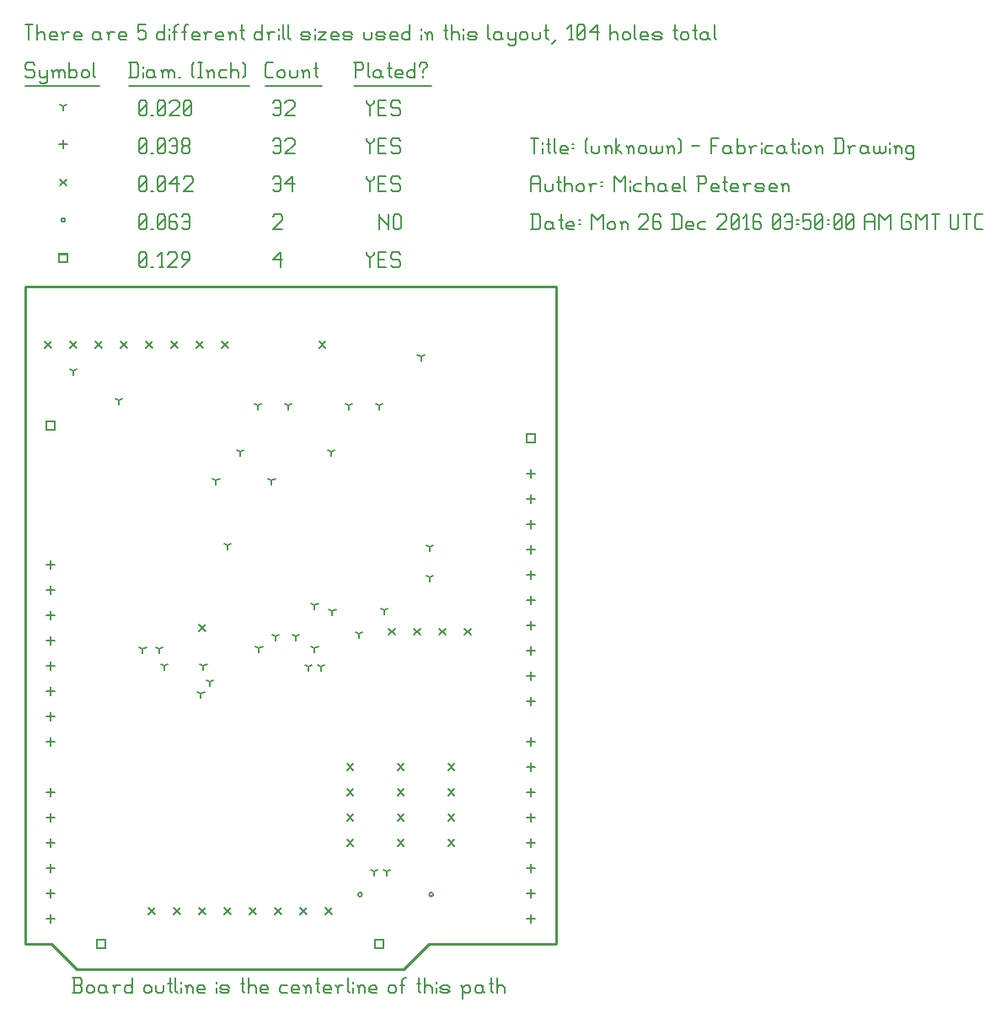
<source format=gbr>
G04 start of page 13 for group -3984 idx -3984 *
G04 Title: (unknown), fab *
G04 Creator: pcb 20140316 *
G04 CreationDate: Mon 26 Dec 2016 03:50:00 AM GMT UTC *
G04 For: railfan *
G04 Format: Gerber/RS-274X *
G04 PCB-Dimensions (mil): 2100.00 2700.00 *
G04 PCB-Coordinate-Origin: lower left *
%MOIN*%
%FSLAX25Y25*%
%LNFAB*%
%ADD85C,0.0100*%
%ADD84C,0.0060*%
%ADD83R,0.0080X0.0080*%
G54D83*X138400Y11600D02*X141600D01*
X138400D02*Y8400D01*
X141600D01*
Y11600D02*Y8400D01*
X198400Y211600D02*X201600D01*
X198400D02*Y208400D01*
X201600D01*
Y211600D02*Y208400D01*
X8400Y216600D02*X11600D01*
X8400D02*Y213400D01*
X11600D01*
Y216600D02*Y213400D01*
X28400Y11600D02*X31600D01*
X28400D02*Y8400D01*
X31600D01*
Y11600D02*Y8400D01*
X13400Y282850D02*X16600D01*
X13400D02*Y279650D01*
X16600D01*
Y282850D02*Y279650D01*
G54D84*X135000Y283500D02*Y282750D01*
X136500Y281250D01*
X138000Y282750D01*
Y283500D02*Y282750D01*
X136500Y281250D02*Y277500D01*
X139800Y280500D02*X142050D01*
X139800Y277500D02*X142800D01*
X139800Y283500D02*Y277500D01*
Y283500D02*X142800D01*
X147600D02*X148350Y282750D01*
X145350Y283500D02*X147600D01*
X144600Y282750D02*X145350Y283500D01*
X144600Y282750D02*Y281250D01*
X145350Y280500D01*
X147600D01*
X148350Y279750D01*
Y278250D01*
X147600Y277500D02*X148350Y278250D01*
X145350Y277500D02*X147600D01*
X144600Y278250D02*X145350Y277500D01*
X98000Y280500D02*X101000Y283500D01*
X98000Y280500D02*X101750D01*
X101000Y283500D02*Y277500D01*
X45000Y278250D02*X45750Y277500D01*
X45000Y282750D02*Y278250D01*
Y282750D02*X45750Y283500D01*
X47250D01*
X48000Y282750D01*
Y278250D01*
X47250Y277500D02*X48000Y278250D01*
X45750Y277500D02*X47250D01*
X45000Y279000D02*X48000Y282000D01*
X49800Y277500D02*X50550D01*
X53100D02*X54600D01*
X53850Y283500D02*Y277500D01*
X52350Y282000D02*X53850Y283500D01*
X56400Y282750D02*X57150Y283500D01*
X59400D01*
X60150Y282750D01*
Y281250D01*
X56400Y277500D02*X60150Y281250D01*
X56400Y277500D02*X60150D01*
X61950D02*X64950Y280500D01*
Y282750D02*Y280500D01*
X64200Y283500D02*X64950Y282750D01*
X62700Y283500D02*X64200D01*
X61950Y282750D02*X62700Y283500D01*
X61950Y282750D02*Y281250D01*
X62700Y280500D01*
X64950D01*
X131650Y29500D02*G75*G03X133250Y29500I800J0D01*G01*
G75*G03X131650Y29500I-800J0D01*G01*
X159750D02*G75*G03X161350Y29500I800J0D01*G01*
G75*G03X159750Y29500I-800J0D01*G01*
X14200Y296250D02*G75*G03X15800Y296250I800J0D01*G01*
G75*G03X14200Y296250I-800J0D01*G01*
X140000Y298500D02*Y292500D01*
Y298500D02*Y297750D01*
X143750Y294000D01*
Y298500D02*Y292500D01*
X145550Y297750D02*Y293250D01*
Y297750D02*X146300Y298500D01*
X147800D01*
X148550Y297750D01*
Y293250D01*
X147800Y292500D02*X148550Y293250D01*
X146300Y292500D02*X147800D01*
X145550Y293250D02*X146300Y292500D01*
X98000Y297750D02*X98750Y298500D01*
X101000D01*
X101750Y297750D01*
Y296250D01*
X98000Y292500D02*X101750Y296250D01*
X98000Y292500D02*X101750D01*
X45000Y293250D02*X45750Y292500D01*
X45000Y297750D02*Y293250D01*
Y297750D02*X45750Y298500D01*
X47250D01*
X48000Y297750D01*
Y293250D01*
X47250Y292500D02*X48000Y293250D01*
X45750Y292500D02*X47250D01*
X45000Y294000D02*X48000Y297000D01*
X49800Y292500D02*X50550D01*
X52350Y293250D02*X53100Y292500D01*
X52350Y297750D02*Y293250D01*
Y297750D02*X53100Y298500D01*
X54600D01*
X55350Y297750D01*
Y293250D01*
X54600Y292500D02*X55350Y293250D01*
X53100Y292500D02*X54600D01*
X52350Y294000D02*X55350Y297000D01*
X59400Y298500D02*X60150Y297750D01*
X57900Y298500D02*X59400D01*
X57150Y297750D02*X57900Y298500D01*
X57150Y297750D02*Y293250D01*
X57900Y292500D01*
X59400Y295500D02*X60150Y294750D01*
X57150Y295500D02*X59400D01*
X57900Y292500D02*X59400D01*
X60150Y293250D01*
Y294750D02*Y293250D01*
X61950Y297750D02*X62700Y298500D01*
X64200D01*
X64950Y297750D01*
Y293250D01*
X64200Y292500D02*X64950Y293250D01*
X62700Y292500D02*X64200D01*
X61950Y293250D02*X62700Y292500D01*
Y295500D02*X64950D01*
X68800Y136200D02*X71200Y133800D01*
X68800D02*X71200Y136200D01*
X116300Y248200D02*X118700Y245800D01*
X116300D02*X118700Y248200D01*
X143800Y134700D02*X146200Y132300D01*
X143800D02*X146200Y134700D01*
X153800D02*X156200Y132300D01*
X153800D02*X156200Y134700D01*
X163800D02*X166200Y132300D01*
X163800D02*X166200Y134700D01*
X173800D02*X176200Y132300D01*
X173800D02*X176200Y134700D01*
X127300Y71200D02*X129700Y68800D01*
X127300D02*X129700Y71200D01*
X127300Y61200D02*X129700Y58800D01*
X127300D02*X129700Y61200D01*
X127300Y51200D02*X129700Y48800D01*
X127300D02*X129700Y51200D01*
X127300Y81200D02*X129700Y78800D01*
X127300D02*X129700Y81200D01*
X147300Y71200D02*X149700Y68800D01*
X147300D02*X149700Y71200D01*
X147300Y61200D02*X149700Y58800D01*
X147300D02*X149700Y61200D01*
X147300Y81200D02*X149700Y78800D01*
X147300D02*X149700Y81200D01*
X147300Y51200D02*X149700Y48800D01*
X147300D02*X149700Y51200D01*
X167300Y71200D02*X169700Y68800D01*
X167300D02*X169700Y71200D01*
X167300Y61200D02*X169700Y58800D01*
X167300D02*X169700Y61200D01*
X167300Y51200D02*X169700Y48800D01*
X167300D02*X169700Y51200D01*
X167300Y81200D02*X169700Y78800D01*
X167300D02*X169700Y81200D01*
X77800Y248200D02*X80200Y245800D01*
X77800D02*X80200Y248200D01*
X67800D02*X70200Y245800D01*
X67800D02*X70200Y248200D01*
X57800D02*X60200Y245800D01*
X57800D02*X60200Y248200D01*
X47800D02*X50200Y245800D01*
X47800D02*X50200Y248200D01*
X37800D02*X40200Y245800D01*
X37800D02*X40200Y248200D01*
X27800D02*X30200Y245800D01*
X27800D02*X30200Y248200D01*
X17800D02*X20200Y245800D01*
X17800D02*X20200Y248200D01*
X7800D02*X10200Y245800D01*
X7800D02*X10200Y248200D01*
X118800Y24200D02*X121200Y21800D01*
X118800D02*X121200Y24200D01*
X108800D02*X111200Y21800D01*
X108800D02*X111200Y24200D01*
X98800D02*X101200Y21800D01*
X98800D02*X101200Y24200D01*
X88800D02*X91200Y21800D01*
X88800D02*X91200Y24200D01*
X78800D02*X81200Y21800D01*
X78800D02*X81200Y24200D01*
X68800D02*X71200Y21800D01*
X68800D02*X71200Y24200D01*
X58800D02*X61200Y21800D01*
X58800D02*X61200Y24200D01*
X48800D02*X51200Y21800D01*
X48800D02*X51200Y24200D01*
X13800Y312450D02*X16200Y310050D01*
X13800D02*X16200Y312450D01*
X135000Y313500D02*Y312750D01*
X136500Y311250D01*
X138000Y312750D01*
Y313500D02*Y312750D01*
X136500Y311250D02*Y307500D01*
X139800Y310500D02*X142050D01*
X139800Y307500D02*X142800D01*
X139800Y313500D02*Y307500D01*
Y313500D02*X142800D01*
X147600D02*X148350Y312750D01*
X145350Y313500D02*X147600D01*
X144600Y312750D02*X145350Y313500D01*
X144600Y312750D02*Y311250D01*
X145350Y310500D01*
X147600D01*
X148350Y309750D01*
Y308250D01*
X147600Y307500D02*X148350Y308250D01*
X145350Y307500D02*X147600D01*
X144600Y308250D02*X145350Y307500D01*
X98000Y312750D02*X98750Y313500D01*
X100250D01*
X101000Y312750D01*
Y308250D01*
X100250Y307500D02*X101000Y308250D01*
X98750Y307500D02*X100250D01*
X98000Y308250D02*X98750Y307500D01*
Y310500D02*X101000D01*
X102800D02*X105800Y313500D01*
X102800Y310500D02*X106550D01*
X105800Y313500D02*Y307500D01*
X45000Y308250D02*X45750Y307500D01*
X45000Y312750D02*Y308250D01*
Y312750D02*X45750Y313500D01*
X47250D01*
X48000Y312750D01*
Y308250D01*
X47250Y307500D02*X48000Y308250D01*
X45750Y307500D02*X47250D01*
X45000Y309000D02*X48000Y312000D01*
X49800Y307500D02*X50550D01*
X52350Y308250D02*X53100Y307500D01*
X52350Y312750D02*Y308250D01*
Y312750D02*X53100Y313500D01*
X54600D01*
X55350Y312750D01*
Y308250D01*
X54600Y307500D02*X55350Y308250D01*
X53100Y307500D02*X54600D01*
X52350Y309000D02*X55350Y312000D01*
X57150Y310500D02*X60150Y313500D01*
X57150Y310500D02*X60900D01*
X60150Y313500D02*Y307500D01*
X62700Y312750D02*X63450Y313500D01*
X65700D01*
X66450Y312750D01*
Y311250D01*
X62700Y307500D02*X66450Y311250D01*
X62700Y307500D02*X66450D01*
X10000Y161600D02*Y158400D01*
X8400Y160000D02*X11600D01*
X10000Y151600D02*Y148400D01*
X8400Y150000D02*X11600D01*
X10000Y141600D02*Y138400D01*
X8400Y140000D02*X11600D01*
X10000Y131600D02*Y128400D01*
X8400Y130000D02*X11600D01*
X10000Y121600D02*Y118400D01*
X8400Y120000D02*X11600D01*
X10000Y111600D02*Y108400D01*
X8400Y110000D02*X11600D01*
X10000Y101600D02*Y98400D01*
X8400Y100000D02*X11600D01*
X10000Y91600D02*Y88400D01*
X8400Y90000D02*X11600D01*
X10000Y71600D02*Y68400D01*
X8400Y70000D02*X11600D01*
X10000Y61600D02*Y58400D01*
X8400Y60000D02*X11600D01*
X10000Y51600D02*Y48400D01*
X8400Y50000D02*X11600D01*
X10000Y41600D02*Y38400D01*
X8400Y40000D02*X11600D01*
X10000Y31600D02*Y28400D01*
X8400Y30000D02*X11600D01*
X10000Y21600D02*Y18400D01*
X8400Y20000D02*X11600D01*
X200000Y21600D02*Y18400D01*
X198400Y20000D02*X201600D01*
X200000Y31600D02*Y28400D01*
X198400Y30000D02*X201600D01*
X200000Y41600D02*Y38400D01*
X198400Y40000D02*X201600D01*
X200000Y51600D02*Y48400D01*
X198400Y50000D02*X201600D01*
X200000Y61600D02*Y58400D01*
X198400Y60000D02*X201600D01*
X200000Y71600D02*Y68400D01*
X198400Y70000D02*X201600D01*
X200000Y81600D02*Y78400D01*
X198400Y80000D02*X201600D01*
X200000Y91600D02*Y88400D01*
X198400Y90000D02*X201600D01*
X200000Y107600D02*Y104400D01*
X198400Y106000D02*X201600D01*
X200000Y117600D02*Y114400D01*
X198400Y116000D02*X201600D01*
X200000Y127600D02*Y124400D01*
X198400Y126000D02*X201600D01*
X200000Y137600D02*Y134400D01*
X198400Y136000D02*X201600D01*
X200000Y147600D02*Y144400D01*
X198400Y146000D02*X201600D01*
X200000Y157600D02*Y154400D01*
X198400Y156000D02*X201600D01*
X200000Y167600D02*Y164400D01*
X198400Y166000D02*X201600D01*
X200000Y177600D02*Y174400D01*
X198400Y176000D02*X201600D01*
X200000Y187600D02*Y184400D01*
X198400Y186000D02*X201600D01*
X200000Y197600D02*Y194400D01*
X198400Y196000D02*X201600D01*
X15000Y327850D02*Y324650D01*
X13400Y326250D02*X16600D01*
X135000Y328500D02*Y327750D01*
X136500Y326250D01*
X138000Y327750D01*
Y328500D02*Y327750D01*
X136500Y326250D02*Y322500D01*
X139800Y325500D02*X142050D01*
X139800Y322500D02*X142800D01*
X139800Y328500D02*Y322500D01*
Y328500D02*X142800D01*
X147600D02*X148350Y327750D01*
X145350Y328500D02*X147600D01*
X144600Y327750D02*X145350Y328500D01*
X144600Y327750D02*Y326250D01*
X145350Y325500D01*
X147600D01*
X148350Y324750D01*
Y323250D01*
X147600Y322500D02*X148350Y323250D01*
X145350Y322500D02*X147600D01*
X144600Y323250D02*X145350Y322500D01*
X98000Y327750D02*X98750Y328500D01*
X100250D01*
X101000Y327750D01*
Y323250D01*
X100250Y322500D02*X101000Y323250D01*
X98750Y322500D02*X100250D01*
X98000Y323250D02*X98750Y322500D01*
Y325500D02*X101000D01*
X102800Y327750D02*X103550Y328500D01*
X105800D01*
X106550Y327750D01*
Y326250D01*
X102800Y322500D02*X106550Y326250D01*
X102800Y322500D02*X106550D01*
X45000Y323250D02*X45750Y322500D01*
X45000Y327750D02*Y323250D01*
Y327750D02*X45750Y328500D01*
X47250D01*
X48000Y327750D01*
Y323250D01*
X47250Y322500D02*X48000Y323250D01*
X45750Y322500D02*X47250D01*
X45000Y324000D02*X48000Y327000D01*
X49800Y322500D02*X50550D01*
X52350Y323250D02*X53100Y322500D01*
X52350Y327750D02*Y323250D01*
Y327750D02*X53100Y328500D01*
X54600D01*
X55350Y327750D01*
Y323250D01*
X54600Y322500D02*X55350Y323250D01*
X53100Y322500D02*X54600D01*
X52350Y324000D02*X55350Y327000D01*
X57150Y327750D02*X57900Y328500D01*
X59400D01*
X60150Y327750D01*
Y323250D01*
X59400Y322500D02*X60150Y323250D01*
X57900Y322500D02*X59400D01*
X57150Y323250D02*X57900Y322500D01*
Y325500D02*X60150D01*
X61950Y323250D02*X62700Y322500D01*
X61950Y324750D02*Y323250D01*
Y324750D02*X62700Y325500D01*
X64200D01*
X64950Y324750D01*
Y323250D01*
X64200Y322500D02*X64950Y323250D01*
X62700Y322500D02*X64200D01*
X61950Y326250D02*X62700Y325500D01*
X61950Y327750D02*Y326250D01*
Y327750D02*X62700Y328500D01*
X64200D01*
X64950Y327750D01*
Y326250D01*
X64200Y325500D02*X64950Y326250D01*
X107000Y131500D02*Y129900D01*
Y131500D02*X108387Y132300D01*
X107000Y131500D02*X105613Y132300D01*
X99000Y131500D02*Y129900D01*
Y131500D02*X100387Y132300D01*
X99000Y131500D02*X97613Y132300D01*
X112000Y119500D02*Y117900D01*
Y119500D02*X113387Y120300D01*
X112000Y119500D02*X110613Y120300D01*
X117000Y119500D02*Y117900D01*
Y119500D02*X118387Y120300D01*
X117000Y119500D02*X115613Y120300D01*
X80000Y167546D02*Y165946D01*
Y167546D02*X81387Y168346D01*
X80000Y167546D02*X78613Y168346D01*
X160000Y155000D02*Y153400D01*
Y155000D02*X161387Y155800D01*
X160000Y155000D02*X158613Y155800D01*
X160000Y167000D02*Y165400D01*
Y167000D02*X161387Y167800D01*
X160000Y167000D02*X158613Y167800D01*
X121500Y141500D02*Y139900D01*
Y141500D02*X122887Y142300D01*
X121500Y141500D02*X120113Y142300D01*
X132000Y132500D02*Y130900D01*
Y132500D02*X133387Y133300D01*
X132000Y132500D02*X130613Y133300D01*
X142000Y142000D02*Y140400D01*
Y142000D02*X143387Y142800D01*
X142000Y142000D02*X140613Y142800D01*
X92000Y222957D02*Y221357D01*
Y222957D02*X93387Y223757D01*
X92000Y222957D02*X90613Y223757D01*
X104000Y222957D02*Y221357D01*
Y222957D02*X105387Y223757D01*
X104000Y222957D02*X102613Y223757D01*
X128000Y222957D02*Y221357D01*
Y222957D02*X129387Y223757D01*
X128000Y222957D02*X126613Y223757D01*
X140000Y222957D02*Y221357D01*
Y222957D02*X141387Y223757D01*
X140000Y222957D02*X138613Y223757D01*
X114500Y127000D02*Y125400D01*
Y127000D02*X115887Y127800D01*
X114500Y127000D02*X113113Y127800D01*
X92500Y127000D02*Y125400D01*
Y127000D02*X93887Y127800D01*
X92500Y127000D02*X91113Y127800D01*
X70500Y120000D02*Y118400D01*
Y120000D02*X71887Y120800D01*
X70500Y120000D02*X69113Y120800D01*
X55000Y120000D02*Y118400D01*
Y120000D02*X56387Y120800D01*
X55000Y120000D02*X53613Y120800D01*
X156546Y242280D02*Y240680D01*
Y242280D02*X157932Y243080D01*
X156546Y242280D02*X155159Y243080D01*
X114500Y144000D02*Y142400D01*
Y144000D02*X115887Y144800D01*
X114500Y144000D02*X113113Y144800D01*
X85000Y204500D02*Y202900D01*
Y204500D02*X86387Y205300D01*
X85000Y204500D02*X83613Y205300D01*
X121000Y204500D02*Y202900D01*
Y204500D02*X122387Y205300D01*
X121000Y204500D02*X119613Y205300D01*
X75500Y193300D02*Y191700D01*
Y193300D02*X76887Y194100D01*
X75500Y193300D02*X74113Y194100D01*
X97500Y193300D02*Y191700D01*
Y193300D02*X98887Y194100D01*
X97500Y193300D02*X96113Y194100D01*
X37000Y224839D02*Y223239D01*
Y224839D02*X38387Y225639D01*
X37000Y224839D02*X35613Y225639D01*
X19000Y236500D02*Y234900D01*
Y236500D02*X20387Y237300D01*
X19000Y236500D02*X17613Y237300D01*
X69500Y109000D02*Y107400D01*
Y109000D02*X70887Y109800D01*
X69500Y109000D02*X68113Y109800D01*
X73000Y113500D02*Y111900D01*
Y113500D02*X74387Y114300D01*
X73000Y113500D02*X71613Y114300D01*
X53000Y126500D02*Y124900D01*
Y126500D02*X54387Y127300D01*
X53000Y126500D02*X51613Y127300D01*
X46500Y126500D02*Y124900D01*
Y126500D02*X47887Y127300D01*
X46500Y126500D02*X45113Y127300D01*
X138000Y38500D02*Y36900D01*
Y38500D02*X139387Y39300D01*
X138000Y38500D02*X136613Y39300D01*
X143000Y38500D02*Y36900D01*
Y38500D02*X144387Y39300D01*
X143000Y38500D02*X141613Y39300D01*
X15000Y341250D02*Y339650D01*
Y341250D02*X16387Y342050D01*
X15000Y341250D02*X13613Y342050D01*
X135000Y343500D02*Y342750D01*
X136500Y341250D01*
X138000Y342750D01*
Y343500D02*Y342750D01*
X136500Y341250D02*Y337500D01*
X139800Y340500D02*X142050D01*
X139800Y337500D02*X142800D01*
X139800Y343500D02*Y337500D01*
Y343500D02*X142800D01*
X147600D02*X148350Y342750D01*
X145350Y343500D02*X147600D01*
X144600Y342750D02*X145350Y343500D01*
X144600Y342750D02*Y341250D01*
X145350Y340500D01*
X147600D01*
X148350Y339750D01*
Y338250D01*
X147600Y337500D02*X148350Y338250D01*
X145350Y337500D02*X147600D01*
X144600Y338250D02*X145350Y337500D01*
X98000Y342750D02*X98750Y343500D01*
X100250D01*
X101000Y342750D01*
Y338250D01*
X100250Y337500D02*X101000Y338250D01*
X98750Y337500D02*X100250D01*
X98000Y338250D02*X98750Y337500D01*
Y340500D02*X101000D01*
X102800Y342750D02*X103550Y343500D01*
X105800D01*
X106550Y342750D01*
Y341250D01*
X102800Y337500D02*X106550Y341250D01*
X102800Y337500D02*X106550D01*
X45000Y338250D02*X45750Y337500D01*
X45000Y342750D02*Y338250D01*
Y342750D02*X45750Y343500D01*
X47250D01*
X48000Y342750D01*
Y338250D01*
X47250Y337500D02*X48000Y338250D01*
X45750Y337500D02*X47250D01*
X45000Y339000D02*X48000Y342000D01*
X49800Y337500D02*X50550D01*
X52350Y338250D02*X53100Y337500D01*
X52350Y342750D02*Y338250D01*
Y342750D02*X53100Y343500D01*
X54600D01*
X55350Y342750D01*
Y338250D01*
X54600Y337500D02*X55350Y338250D01*
X53100Y337500D02*X54600D01*
X52350Y339000D02*X55350Y342000D01*
X57150Y342750D02*X57900Y343500D01*
X60150D01*
X60900Y342750D01*
Y341250D01*
X57150Y337500D02*X60900Y341250D01*
X57150Y337500D02*X60900D01*
X62700Y338250D02*X63450Y337500D01*
X62700Y342750D02*Y338250D01*
Y342750D02*X63450Y343500D01*
X64950D01*
X65700Y342750D01*
Y338250D01*
X64950Y337500D02*X65700Y338250D01*
X63450Y337500D02*X64950D01*
X62700Y339000D02*X65700Y342000D01*
X3000Y358500D02*X3750Y357750D01*
X750Y358500D02*X3000D01*
X0Y357750D02*X750Y358500D01*
X0Y357750D02*Y356250D01*
X750Y355500D01*
X3000D01*
X3750Y354750D01*
Y353250D01*
X3000Y352500D02*X3750Y353250D01*
X750Y352500D02*X3000D01*
X0Y353250D02*X750Y352500D01*
X5550Y355500D02*Y353250D01*
X6300Y352500D01*
X8550Y355500D02*Y351000D01*
X7800Y350250D02*X8550Y351000D01*
X6300Y350250D02*X7800D01*
X5550Y351000D02*X6300Y350250D01*
Y352500D02*X7800D01*
X8550Y353250D01*
X11100Y354750D02*Y352500D01*
Y354750D02*X11850Y355500D01*
X12600D01*
X13350Y354750D01*
Y352500D01*
Y354750D02*X14100Y355500D01*
X14850D01*
X15600Y354750D01*
Y352500D01*
X10350Y355500D02*X11100Y354750D01*
X17400Y358500D02*Y352500D01*
Y353250D02*X18150Y352500D01*
X19650D01*
X20400Y353250D01*
Y354750D02*Y353250D01*
X19650Y355500D02*X20400Y354750D01*
X18150Y355500D02*X19650D01*
X17400Y354750D02*X18150Y355500D01*
X22200Y354750D02*Y353250D01*
Y354750D02*X22950Y355500D01*
X24450D01*
X25200Y354750D01*
Y353250D01*
X24450Y352500D02*X25200Y353250D01*
X22950Y352500D02*X24450D01*
X22200Y353250D02*X22950Y352500D01*
X27000Y358500D02*Y353250D01*
X27750Y352500D01*
X0Y349250D02*X29250D01*
X41750Y358500D02*Y352500D01*
X44000Y358500D02*X44750Y357750D01*
Y353250D01*
X44000Y352500D02*X44750Y353250D01*
X41000Y352500D02*X44000D01*
X41000Y358500D02*X44000D01*
X46550Y357000D02*Y356250D01*
Y354750D02*Y352500D01*
X50300Y355500D02*X51050Y354750D01*
X48800Y355500D02*X50300D01*
X48050Y354750D02*X48800Y355500D01*
X48050Y354750D02*Y353250D01*
X48800Y352500D01*
X51050Y355500D02*Y353250D01*
X51800Y352500D01*
X48800D02*X50300D01*
X51050Y353250D01*
X54350Y354750D02*Y352500D01*
Y354750D02*X55100Y355500D01*
X55850D01*
X56600Y354750D01*
Y352500D01*
Y354750D02*X57350Y355500D01*
X58100D01*
X58850Y354750D01*
Y352500D01*
X53600Y355500D02*X54350Y354750D01*
X60650Y352500D02*X61400D01*
X65900Y353250D02*X66650Y352500D01*
X65900Y357750D02*X66650Y358500D01*
X65900Y357750D02*Y353250D01*
X68450Y358500D02*X69950D01*
X69200D02*Y352500D01*
X68450D02*X69950D01*
X72500Y354750D02*Y352500D01*
Y354750D02*X73250Y355500D01*
X74000D01*
X74750Y354750D01*
Y352500D01*
X71750Y355500D02*X72500Y354750D01*
X77300Y355500D02*X79550D01*
X76550Y354750D02*X77300Y355500D01*
X76550Y354750D02*Y353250D01*
X77300Y352500D01*
X79550D01*
X81350Y358500D02*Y352500D01*
Y354750D02*X82100Y355500D01*
X83600D01*
X84350Y354750D01*
Y352500D01*
X86150Y358500D02*X86900Y357750D01*
Y353250D01*
X86150Y352500D02*X86900Y353250D01*
X41000Y349250D02*X88700D01*
X95750Y352500D02*X98000D01*
X95000Y353250D02*X95750Y352500D01*
X95000Y357750D02*Y353250D01*
Y357750D02*X95750Y358500D01*
X98000D01*
X99800Y354750D02*Y353250D01*
Y354750D02*X100550Y355500D01*
X102050D01*
X102800Y354750D01*
Y353250D01*
X102050Y352500D02*X102800Y353250D01*
X100550Y352500D02*X102050D01*
X99800Y353250D02*X100550Y352500D01*
X104600Y355500D02*Y353250D01*
X105350Y352500D01*
X106850D01*
X107600Y353250D01*
Y355500D02*Y353250D01*
X110150Y354750D02*Y352500D01*
Y354750D02*X110900Y355500D01*
X111650D01*
X112400Y354750D01*
Y352500D01*
X109400Y355500D02*X110150Y354750D01*
X114950Y358500D02*Y353250D01*
X115700Y352500D01*
X114200Y356250D02*X115700D01*
X95000Y349250D02*X117200D01*
X130750Y358500D02*Y352500D01*
X130000Y358500D02*X133000D01*
X133750Y357750D01*
Y356250D01*
X133000Y355500D02*X133750Y356250D01*
X130750Y355500D02*X133000D01*
X135550Y358500D02*Y353250D01*
X136300Y352500D01*
X140050Y355500D02*X140800Y354750D01*
X138550Y355500D02*X140050D01*
X137800Y354750D02*X138550Y355500D01*
X137800Y354750D02*Y353250D01*
X138550Y352500D01*
X140800Y355500D02*Y353250D01*
X141550Y352500D01*
X138550D02*X140050D01*
X140800Y353250D01*
X144100Y358500D02*Y353250D01*
X144850Y352500D01*
X143350Y356250D02*X144850D01*
X147100Y352500D02*X149350D01*
X146350Y353250D02*X147100Y352500D01*
X146350Y354750D02*Y353250D01*
Y354750D02*X147100Y355500D01*
X148600D01*
X149350Y354750D01*
X146350Y354000D02*X149350D01*
Y354750D02*Y354000D01*
X154150Y358500D02*Y352500D01*
X153400D02*X154150Y353250D01*
X151900Y352500D02*X153400D01*
X151150Y353250D02*X151900Y352500D01*
X151150Y354750D02*Y353250D01*
Y354750D02*X151900Y355500D01*
X153400D01*
X154150Y354750D01*
X157450Y355500D02*Y354750D01*
Y353250D02*Y352500D01*
X155950Y357750D02*Y357000D01*
Y357750D02*X156700Y358500D01*
X158200D01*
X158950Y357750D01*
Y357000D01*
X157450Y355500D02*X158950Y357000D01*
X130000Y349250D02*X160750D01*
X0Y373500D02*X3000D01*
X1500D02*Y367500D01*
X4800Y373500D02*Y367500D01*
Y369750D02*X5550Y370500D01*
X7050D01*
X7800Y369750D01*
Y367500D01*
X10350D02*X12600D01*
X9600Y368250D02*X10350Y367500D01*
X9600Y369750D02*Y368250D01*
Y369750D02*X10350Y370500D01*
X11850D01*
X12600Y369750D01*
X9600Y369000D02*X12600D01*
Y369750D02*Y369000D01*
X15150Y369750D02*Y367500D01*
Y369750D02*X15900Y370500D01*
X17400D01*
X14400D02*X15150Y369750D01*
X19950Y367500D02*X22200D01*
X19200Y368250D02*X19950Y367500D01*
X19200Y369750D02*Y368250D01*
Y369750D02*X19950Y370500D01*
X21450D01*
X22200Y369750D01*
X19200Y369000D02*X22200D01*
Y369750D02*Y369000D01*
X28950Y370500D02*X29700Y369750D01*
X27450Y370500D02*X28950D01*
X26700Y369750D02*X27450Y370500D01*
X26700Y369750D02*Y368250D01*
X27450Y367500D01*
X29700Y370500D02*Y368250D01*
X30450Y367500D01*
X27450D02*X28950D01*
X29700Y368250D01*
X33000Y369750D02*Y367500D01*
Y369750D02*X33750Y370500D01*
X35250D01*
X32250D02*X33000Y369750D01*
X37800Y367500D02*X40050D01*
X37050Y368250D02*X37800Y367500D01*
X37050Y369750D02*Y368250D01*
Y369750D02*X37800Y370500D01*
X39300D01*
X40050Y369750D01*
X37050Y369000D02*X40050D01*
Y369750D02*Y369000D01*
X44550Y373500D02*X47550D01*
X44550D02*Y370500D01*
X45300Y371250D01*
X46800D01*
X47550Y370500D01*
Y368250D01*
X46800Y367500D02*X47550Y368250D01*
X45300Y367500D02*X46800D01*
X44550Y368250D02*X45300Y367500D01*
X55050Y373500D02*Y367500D01*
X54300D02*X55050Y368250D01*
X52800Y367500D02*X54300D01*
X52050Y368250D02*X52800Y367500D01*
X52050Y369750D02*Y368250D01*
Y369750D02*X52800Y370500D01*
X54300D01*
X55050Y369750D01*
X56850Y372000D02*Y371250D01*
Y369750D02*Y367500D01*
X59100Y372750D02*Y367500D01*
Y372750D02*X59850Y373500D01*
X60600D01*
X58350Y370500D02*X59850D01*
X62850Y372750D02*Y367500D01*
Y372750D02*X63600Y373500D01*
X64350D01*
X62100Y370500D02*X63600D01*
X66600Y367500D02*X68850D01*
X65850Y368250D02*X66600Y367500D01*
X65850Y369750D02*Y368250D01*
Y369750D02*X66600Y370500D01*
X68100D01*
X68850Y369750D01*
X65850Y369000D02*X68850D01*
Y369750D02*Y369000D01*
X71400Y369750D02*Y367500D01*
Y369750D02*X72150Y370500D01*
X73650D01*
X70650D02*X71400Y369750D01*
X76200Y367500D02*X78450D01*
X75450Y368250D02*X76200Y367500D01*
X75450Y369750D02*Y368250D01*
Y369750D02*X76200Y370500D01*
X77700D01*
X78450Y369750D01*
X75450Y369000D02*X78450D01*
Y369750D02*Y369000D01*
X81000Y369750D02*Y367500D01*
Y369750D02*X81750Y370500D01*
X82500D01*
X83250Y369750D01*
Y367500D01*
X80250Y370500D02*X81000Y369750D01*
X85800Y373500D02*Y368250D01*
X86550Y367500D01*
X85050Y371250D02*X86550D01*
X93750Y373500D02*Y367500D01*
X93000D02*X93750Y368250D01*
X91500Y367500D02*X93000D01*
X90750Y368250D02*X91500Y367500D01*
X90750Y369750D02*Y368250D01*
Y369750D02*X91500Y370500D01*
X93000D01*
X93750Y369750D01*
X96300D02*Y367500D01*
Y369750D02*X97050Y370500D01*
X98550D01*
X95550D02*X96300Y369750D01*
X100350Y372000D02*Y371250D01*
Y369750D02*Y367500D01*
X101850Y373500D02*Y368250D01*
X102600Y367500D01*
X104100Y373500D02*Y368250D01*
X104850Y367500D01*
X109800D02*X112050D01*
X112800Y368250D01*
X112050Y369000D02*X112800Y368250D01*
X109800Y369000D02*X112050D01*
X109050Y369750D02*X109800Y369000D01*
X109050Y369750D02*X109800Y370500D01*
X112050D01*
X112800Y369750D01*
X109050Y368250D02*X109800Y367500D01*
X114600Y372000D02*Y371250D01*
Y369750D02*Y367500D01*
X116100Y370500D02*X119100D01*
X116100Y367500D02*X119100Y370500D01*
X116100Y367500D02*X119100D01*
X121650D02*X123900D01*
X120900Y368250D02*X121650Y367500D01*
X120900Y369750D02*Y368250D01*
Y369750D02*X121650Y370500D01*
X123150D01*
X123900Y369750D01*
X120900Y369000D02*X123900D01*
Y369750D02*Y369000D01*
X126450Y367500D02*X128700D01*
X129450Y368250D01*
X128700Y369000D02*X129450Y368250D01*
X126450Y369000D02*X128700D01*
X125700Y369750D02*X126450Y369000D01*
X125700Y369750D02*X126450Y370500D01*
X128700D01*
X129450Y369750D01*
X125700Y368250D02*X126450Y367500D01*
X133950Y370500D02*Y368250D01*
X134700Y367500D01*
X136200D01*
X136950Y368250D01*
Y370500D02*Y368250D01*
X139500Y367500D02*X141750D01*
X142500Y368250D01*
X141750Y369000D02*X142500Y368250D01*
X139500Y369000D02*X141750D01*
X138750Y369750D02*X139500Y369000D01*
X138750Y369750D02*X139500Y370500D01*
X141750D01*
X142500Y369750D01*
X138750Y368250D02*X139500Y367500D01*
X145050D02*X147300D01*
X144300Y368250D02*X145050Y367500D01*
X144300Y369750D02*Y368250D01*
Y369750D02*X145050Y370500D01*
X146550D01*
X147300Y369750D01*
X144300Y369000D02*X147300D01*
Y369750D02*Y369000D01*
X152100Y373500D02*Y367500D01*
X151350D02*X152100Y368250D01*
X149850Y367500D02*X151350D01*
X149100Y368250D02*X149850Y367500D01*
X149100Y369750D02*Y368250D01*
Y369750D02*X149850Y370500D01*
X151350D01*
X152100Y369750D01*
X156600Y372000D02*Y371250D01*
Y369750D02*Y367500D01*
X158850Y369750D02*Y367500D01*
Y369750D02*X159600Y370500D01*
X160350D01*
X161100Y369750D01*
Y367500D01*
X158100Y370500D02*X158850Y369750D01*
X166350Y373500D02*Y368250D01*
X167100Y367500D01*
X165600Y371250D02*X167100D01*
X168600Y373500D02*Y367500D01*
Y369750D02*X169350Y370500D01*
X170850D01*
X171600Y369750D01*
Y367500D01*
X173400Y372000D02*Y371250D01*
Y369750D02*Y367500D01*
X175650D02*X177900D01*
X178650Y368250D01*
X177900Y369000D02*X178650Y368250D01*
X175650Y369000D02*X177900D01*
X174900Y369750D02*X175650Y369000D01*
X174900Y369750D02*X175650Y370500D01*
X177900D01*
X178650Y369750D01*
X174900Y368250D02*X175650Y367500D01*
X183150Y373500D02*Y368250D01*
X183900Y367500D01*
X187650Y370500D02*X188400Y369750D01*
X186150Y370500D02*X187650D01*
X185400Y369750D02*X186150Y370500D01*
X185400Y369750D02*Y368250D01*
X186150Y367500D01*
X188400Y370500D02*Y368250D01*
X189150Y367500D01*
X186150D02*X187650D01*
X188400Y368250D01*
X190950Y370500D02*Y368250D01*
X191700Y367500D01*
X193950Y370500D02*Y366000D01*
X193200Y365250D02*X193950Y366000D01*
X191700Y365250D02*X193200D01*
X190950Y366000D02*X191700Y365250D01*
Y367500D02*X193200D01*
X193950Y368250D01*
X195750Y369750D02*Y368250D01*
Y369750D02*X196500Y370500D01*
X198000D01*
X198750Y369750D01*
Y368250D01*
X198000Y367500D02*X198750Y368250D01*
X196500Y367500D02*X198000D01*
X195750Y368250D02*X196500Y367500D01*
X200550Y370500D02*Y368250D01*
X201300Y367500D01*
X202800D01*
X203550Y368250D01*
Y370500D02*Y368250D01*
X206100Y373500D02*Y368250D01*
X206850Y367500D01*
X205350Y371250D02*X206850D01*
X208350Y366000D02*X209850Y367500D01*
X215100D02*X216600D01*
X215850Y373500D02*Y367500D01*
X214350Y372000D02*X215850Y373500D01*
X218400Y368250D02*X219150Y367500D01*
X218400Y372750D02*Y368250D01*
Y372750D02*X219150Y373500D01*
X220650D01*
X221400Y372750D01*
Y368250D01*
X220650Y367500D02*X221400Y368250D01*
X219150Y367500D02*X220650D01*
X218400Y369000D02*X221400Y372000D01*
X223200Y370500D02*X226200Y373500D01*
X223200Y370500D02*X226950D01*
X226200Y373500D02*Y367500D01*
X231450Y373500D02*Y367500D01*
Y369750D02*X232200Y370500D01*
X233700D01*
X234450Y369750D01*
Y367500D01*
X236250Y369750D02*Y368250D01*
Y369750D02*X237000Y370500D01*
X238500D01*
X239250Y369750D01*
Y368250D01*
X238500Y367500D02*X239250Y368250D01*
X237000Y367500D02*X238500D01*
X236250Y368250D02*X237000Y367500D01*
X241050Y373500D02*Y368250D01*
X241800Y367500D01*
X244050D02*X246300D01*
X243300Y368250D02*X244050Y367500D01*
X243300Y369750D02*Y368250D01*
Y369750D02*X244050Y370500D01*
X245550D01*
X246300Y369750D01*
X243300Y369000D02*X246300D01*
Y369750D02*Y369000D01*
X248850Y367500D02*X251100D01*
X251850Y368250D01*
X251100Y369000D02*X251850Y368250D01*
X248850Y369000D02*X251100D01*
X248100Y369750D02*X248850Y369000D01*
X248100Y369750D02*X248850Y370500D01*
X251100D01*
X251850Y369750D01*
X248100Y368250D02*X248850Y367500D01*
X257100Y373500D02*Y368250D01*
X257850Y367500D01*
X256350Y371250D02*X257850D01*
X259350Y369750D02*Y368250D01*
Y369750D02*X260100Y370500D01*
X261600D01*
X262350Y369750D01*
Y368250D01*
X261600Y367500D02*X262350Y368250D01*
X260100Y367500D02*X261600D01*
X259350Y368250D02*X260100Y367500D01*
X264900Y373500D02*Y368250D01*
X265650Y367500D01*
X264150Y371250D02*X265650D01*
X269400Y370500D02*X270150Y369750D01*
X267900Y370500D02*X269400D01*
X267150Y369750D02*X267900Y370500D01*
X267150Y369750D02*Y368250D01*
X267900Y367500D01*
X270150Y370500D02*Y368250D01*
X270900Y367500D01*
X267900D02*X269400D01*
X270150Y368250D01*
X272700Y373500D02*Y368250D01*
X273450Y367500D01*
G54D85*X0Y270000D02*Y10000D01*
X210000D02*Y270000D01*
X0D01*
Y10000D02*X10300D01*
X20300Y0D01*
X149700D01*
X159700Y10000D01*
X210000D01*
G54D84*X18675Y-9500D02*X21675D01*
X22425Y-8750D01*
Y-7250D02*Y-8750D01*
X21675Y-6500D02*X22425Y-7250D01*
X19425Y-6500D02*X21675D01*
X19425Y-3500D02*Y-9500D01*
X18675Y-3500D02*X21675D01*
X22425Y-4250D01*
Y-5750D01*
X21675Y-6500D02*X22425Y-5750D01*
X24225Y-7250D02*Y-8750D01*
Y-7250D02*X24975Y-6500D01*
X26475D01*
X27225Y-7250D01*
Y-8750D01*
X26475Y-9500D02*X27225Y-8750D01*
X24975Y-9500D02*X26475D01*
X24225Y-8750D02*X24975Y-9500D01*
X31275Y-6500D02*X32025Y-7250D01*
X29775Y-6500D02*X31275D01*
X29025Y-7250D02*X29775Y-6500D01*
X29025Y-7250D02*Y-8750D01*
X29775Y-9500D01*
X32025Y-6500D02*Y-8750D01*
X32775Y-9500D01*
X29775D02*X31275D01*
X32025Y-8750D01*
X35325Y-7250D02*Y-9500D01*
Y-7250D02*X36075Y-6500D01*
X37575D01*
X34575D02*X35325Y-7250D01*
X42375Y-3500D02*Y-9500D01*
X41625D02*X42375Y-8750D01*
X40125Y-9500D02*X41625D01*
X39375Y-8750D02*X40125Y-9500D01*
X39375Y-7250D02*Y-8750D01*
Y-7250D02*X40125Y-6500D01*
X41625D01*
X42375Y-7250D01*
X46875D02*Y-8750D01*
Y-7250D02*X47625Y-6500D01*
X49125D01*
X49875Y-7250D01*
Y-8750D01*
X49125Y-9500D02*X49875Y-8750D01*
X47625Y-9500D02*X49125D01*
X46875Y-8750D02*X47625Y-9500D01*
X51675Y-6500D02*Y-8750D01*
X52425Y-9500D01*
X53925D01*
X54675Y-8750D01*
Y-6500D02*Y-8750D01*
X57225Y-3500D02*Y-8750D01*
X57975Y-9500D01*
X56475Y-5750D02*X57975D01*
X59475Y-3500D02*Y-8750D01*
X60225Y-9500D01*
X61725Y-5000D02*Y-5750D01*
Y-7250D02*Y-9500D01*
X63975Y-7250D02*Y-9500D01*
Y-7250D02*X64725Y-6500D01*
X65475D01*
X66225Y-7250D01*
Y-9500D01*
X63225Y-6500D02*X63975Y-7250D01*
X68775Y-9500D02*X71025D01*
X68025Y-8750D02*X68775Y-9500D01*
X68025Y-7250D02*Y-8750D01*
Y-7250D02*X68775Y-6500D01*
X70275D01*
X71025Y-7250D01*
X68025Y-8000D02*X71025D01*
Y-7250D02*Y-8000D01*
X75525Y-5000D02*Y-5750D01*
Y-7250D02*Y-9500D01*
X77775D02*X80025D01*
X80775Y-8750D01*
X80025Y-8000D02*X80775Y-8750D01*
X77775Y-8000D02*X80025D01*
X77025Y-7250D02*X77775Y-8000D01*
X77025Y-7250D02*X77775Y-6500D01*
X80025D01*
X80775Y-7250D01*
X77025Y-8750D02*X77775Y-9500D01*
X86025Y-3500D02*Y-8750D01*
X86775Y-9500D01*
X85275Y-5750D02*X86775D01*
X88275Y-3500D02*Y-9500D01*
Y-7250D02*X89025Y-6500D01*
X90525D01*
X91275Y-7250D01*
Y-9500D01*
X93825D02*X96075D01*
X93075Y-8750D02*X93825Y-9500D01*
X93075Y-7250D02*Y-8750D01*
Y-7250D02*X93825Y-6500D01*
X95325D01*
X96075Y-7250D01*
X93075Y-8000D02*X96075D01*
Y-7250D02*Y-8000D01*
X101325Y-6500D02*X103575D01*
X100575Y-7250D02*X101325Y-6500D01*
X100575Y-7250D02*Y-8750D01*
X101325Y-9500D01*
X103575D01*
X106125D02*X108375D01*
X105375Y-8750D02*X106125Y-9500D01*
X105375Y-7250D02*Y-8750D01*
Y-7250D02*X106125Y-6500D01*
X107625D01*
X108375Y-7250D01*
X105375Y-8000D02*X108375D01*
Y-7250D02*Y-8000D01*
X110925Y-7250D02*Y-9500D01*
Y-7250D02*X111675Y-6500D01*
X112425D01*
X113175Y-7250D01*
Y-9500D01*
X110175Y-6500D02*X110925Y-7250D01*
X115725Y-3500D02*Y-8750D01*
X116475Y-9500D01*
X114975Y-5750D02*X116475D01*
X118725Y-9500D02*X120975D01*
X117975Y-8750D02*X118725Y-9500D01*
X117975Y-7250D02*Y-8750D01*
Y-7250D02*X118725Y-6500D01*
X120225D01*
X120975Y-7250D01*
X117975Y-8000D02*X120975D01*
Y-7250D02*Y-8000D01*
X123525Y-7250D02*Y-9500D01*
Y-7250D02*X124275Y-6500D01*
X125775D01*
X122775D02*X123525Y-7250D01*
X127575Y-3500D02*Y-8750D01*
X128325Y-9500D01*
X129825Y-5000D02*Y-5750D01*
Y-7250D02*Y-9500D01*
X132075Y-7250D02*Y-9500D01*
Y-7250D02*X132825Y-6500D01*
X133575D01*
X134325Y-7250D01*
Y-9500D01*
X131325Y-6500D02*X132075Y-7250D01*
X136875Y-9500D02*X139125D01*
X136125Y-8750D02*X136875Y-9500D01*
X136125Y-7250D02*Y-8750D01*
Y-7250D02*X136875Y-6500D01*
X138375D01*
X139125Y-7250D01*
X136125Y-8000D02*X139125D01*
Y-7250D02*Y-8000D01*
X143625Y-7250D02*Y-8750D01*
Y-7250D02*X144375Y-6500D01*
X145875D01*
X146625Y-7250D01*
Y-8750D01*
X145875Y-9500D02*X146625Y-8750D01*
X144375Y-9500D02*X145875D01*
X143625Y-8750D02*X144375Y-9500D01*
X149175Y-4250D02*Y-9500D01*
Y-4250D02*X149925Y-3500D01*
X150675D01*
X148425Y-6500D02*X149925D01*
X155625Y-3500D02*Y-8750D01*
X156375Y-9500D01*
X154875Y-5750D02*X156375D01*
X157875Y-3500D02*Y-9500D01*
Y-7250D02*X158625Y-6500D01*
X160125D01*
X160875Y-7250D01*
Y-9500D01*
X162675Y-5000D02*Y-5750D01*
Y-7250D02*Y-9500D01*
X164925D02*X167175D01*
X167925Y-8750D01*
X167175Y-8000D02*X167925Y-8750D01*
X164925Y-8000D02*X167175D01*
X164175Y-7250D02*X164925Y-8000D01*
X164175Y-7250D02*X164925Y-6500D01*
X167175D01*
X167925Y-7250D01*
X164175Y-8750D02*X164925Y-9500D01*
X173175Y-7250D02*Y-11750D01*
X172425Y-6500D02*X173175Y-7250D01*
X173925Y-6500D01*
X175425D01*
X176175Y-7250D01*
Y-8750D01*
X175425Y-9500D02*X176175Y-8750D01*
X173925Y-9500D02*X175425D01*
X173175Y-8750D02*X173925Y-9500D01*
X180225Y-6500D02*X180975Y-7250D01*
X178725Y-6500D02*X180225D01*
X177975Y-7250D02*X178725Y-6500D01*
X177975Y-7250D02*Y-8750D01*
X178725Y-9500D01*
X180975Y-6500D02*Y-8750D01*
X181725Y-9500D01*
X178725D02*X180225D01*
X180975Y-8750D01*
X184275Y-3500D02*Y-8750D01*
X185025Y-9500D01*
X183525Y-5750D02*X185025D01*
X186525Y-3500D02*Y-9500D01*
Y-7250D02*X187275Y-6500D01*
X188775D01*
X189525Y-7250D01*
Y-9500D01*
X200750Y298500D02*Y292500D01*
X203000Y298500D02*X203750Y297750D01*
Y293250D01*
X203000Y292500D02*X203750Y293250D01*
X200000Y292500D02*X203000D01*
X200000Y298500D02*X203000D01*
X207800Y295500D02*X208550Y294750D01*
X206300Y295500D02*X207800D01*
X205550Y294750D02*X206300Y295500D01*
X205550Y294750D02*Y293250D01*
X206300Y292500D01*
X208550Y295500D02*Y293250D01*
X209300Y292500D01*
X206300D02*X207800D01*
X208550Y293250D01*
X211850Y298500D02*Y293250D01*
X212600Y292500D01*
X211100Y296250D02*X212600D01*
X214850Y292500D02*X217100D01*
X214100Y293250D02*X214850Y292500D01*
X214100Y294750D02*Y293250D01*
Y294750D02*X214850Y295500D01*
X216350D01*
X217100Y294750D01*
X214100Y294000D02*X217100D01*
Y294750D02*Y294000D01*
X218900Y296250D02*X219650D01*
X218900Y294750D02*X219650D01*
X224150Y298500D02*Y292500D01*
Y298500D02*X226400Y296250D01*
X228650Y298500D01*
Y292500D01*
X230450Y294750D02*Y293250D01*
Y294750D02*X231200Y295500D01*
X232700D01*
X233450Y294750D01*
Y293250D01*
X232700Y292500D02*X233450Y293250D01*
X231200Y292500D02*X232700D01*
X230450Y293250D02*X231200Y292500D01*
X236000Y294750D02*Y292500D01*
Y294750D02*X236750Y295500D01*
X237500D01*
X238250Y294750D01*
Y292500D01*
X235250Y295500D02*X236000Y294750D01*
X242750Y297750D02*X243500Y298500D01*
X245750D01*
X246500Y297750D01*
Y296250D01*
X242750Y292500D02*X246500Y296250D01*
X242750Y292500D02*X246500D01*
X250550Y298500D02*X251300Y297750D01*
X249050Y298500D02*X250550D01*
X248300Y297750D02*X249050Y298500D01*
X248300Y297750D02*Y293250D01*
X249050Y292500D01*
X250550Y295500D02*X251300Y294750D01*
X248300Y295500D02*X250550D01*
X249050Y292500D02*X250550D01*
X251300Y293250D01*
Y294750D02*Y293250D01*
X256550Y298500D02*Y292500D01*
X258800Y298500D02*X259550Y297750D01*
Y293250D01*
X258800Y292500D02*X259550Y293250D01*
X255800Y292500D02*X258800D01*
X255800Y298500D02*X258800D01*
X262100Y292500D02*X264350D01*
X261350Y293250D02*X262100Y292500D01*
X261350Y294750D02*Y293250D01*
Y294750D02*X262100Y295500D01*
X263600D01*
X264350Y294750D01*
X261350Y294000D02*X264350D01*
Y294750D02*Y294000D01*
X266900Y295500D02*X269150D01*
X266150Y294750D02*X266900Y295500D01*
X266150Y294750D02*Y293250D01*
X266900Y292500D01*
X269150D01*
X273650Y297750D02*X274400Y298500D01*
X276650D01*
X277400Y297750D01*
Y296250D01*
X273650Y292500D02*X277400Y296250D01*
X273650Y292500D02*X277400D01*
X279200Y293250D02*X279950Y292500D01*
X279200Y297750D02*Y293250D01*
Y297750D02*X279950Y298500D01*
X281450D01*
X282200Y297750D01*
Y293250D01*
X281450Y292500D02*X282200Y293250D01*
X279950Y292500D02*X281450D01*
X279200Y294000D02*X282200Y297000D01*
X284750Y292500D02*X286250D01*
X285500Y298500D02*Y292500D01*
X284000Y297000D02*X285500Y298500D01*
X290300D02*X291050Y297750D01*
X288800Y298500D02*X290300D01*
X288050Y297750D02*X288800Y298500D01*
X288050Y297750D02*Y293250D01*
X288800Y292500D01*
X290300Y295500D02*X291050Y294750D01*
X288050Y295500D02*X290300D01*
X288800Y292500D02*X290300D01*
X291050Y293250D01*
Y294750D02*Y293250D01*
X295550D02*X296300Y292500D01*
X295550Y297750D02*Y293250D01*
Y297750D02*X296300Y298500D01*
X297800D01*
X298550Y297750D01*
Y293250D01*
X297800Y292500D02*X298550Y293250D01*
X296300Y292500D02*X297800D01*
X295550Y294000D02*X298550Y297000D01*
X300350Y297750D02*X301100Y298500D01*
X302600D01*
X303350Y297750D01*
Y293250D01*
X302600Y292500D02*X303350Y293250D01*
X301100Y292500D02*X302600D01*
X300350Y293250D02*X301100Y292500D01*
Y295500D02*X303350D01*
X305150Y296250D02*X305900D01*
X305150Y294750D02*X305900D01*
X307700Y298500D02*X310700D01*
X307700D02*Y295500D01*
X308450Y296250D01*
X309950D01*
X310700Y295500D01*
Y293250D01*
X309950Y292500D02*X310700Y293250D01*
X308450Y292500D02*X309950D01*
X307700Y293250D02*X308450Y292500D01*
X312500Y293250D02*X313250Y292500D01*
X312500Y297750D02*Y293250D01*
Y297750D02*X313250Y298500D01*
X314750D01*
X315500Y297750D01*
Y293250D01*
X314750Y292500D02*X315500Y293250D01*
X313250Y292500D02*X314750D01*
X312500Y294000D02*X315500Y297000D01*
X317300Y296250D02*X318050D01*
X317300Y294750D02*X318050D01*
X319850Y293250D02*X320600Y292500D01*
X319850Y297750D02*Y293250D01*
Y297750D02*X320600Y298500D01*
X322100D01*
X322850Y297750D01*
Y293250D01*
X322100Y292500D02*X322850Y293250D01*
X320600Y292500D02*X322100D01*
X319850Y294000D02*X322850Y297000D01*
X324650Y293250D02*X325400Y292500D01*
X324650Y297750D02*Y293250D01*
Y297750D02*X325400Y298500D01*
X326900D01*
X327650Y297750D01*
Y293250D01*
X326900Y292500D02*X327650Y293250D01*
X325400Y292500D02*X326900D01*
X324650Y294000D02*X327650Y297000D01*
X332150Y297750D02*Y292500D01*
Y297750D02*X332900Y298500D01*
X335150D01*
X335900Y297750D01*
Y292500D01*
X332150Y295500D02*X335900D01*
X337700Y298500D02*Y292500D01*
Y298500D02*X339950Y296250D01*
X342200Y298500D01*
Y292500D01*
X349700Y298500D02*X350450Y297750D01*
X347450Y298500D02*X349700D01*
X346700Y297750D02*X347450Y298500D01*
X346700Y297750D02*Y293250D01*
X347450Y292500D01*
X349700D01*
X350450Y293250D01*
Y294750D02*Y293250D01*
X349700Y295500D02*X350450Y294750D01*
X348200Y295500D02*X349700D01*
X352250Y298500D02*Y292500D01*
Y298500D02*X354500Y296250D01*
X356750Y298500D01*
Y292500D01*
X358550Y298500D02*X361550D01*
X360050D02*Y292500D01*
X366050Y298500D02*Y293250D01*
X366800Y292500D01*
X368300D01*
X369050Y293250D01*
Y298500D02*Y293250D01*
X370850Y298500D02*X373850D01*
X372350D02*Y292500D01*
X376400D02*X378650D01*
X375650Y293250D02*X376400Y292500D01*
X375650Y297750D02*Y293250D01*
Y297750D02*X376400Y298500D01*
X378650D01*
X200000Y312750D02*Y307500D01*
Y312750D02*X200750Y313500D01*
X203000D01*
X203750Y312750D01*
Y307500D01*
X200000Y310500D02*X203750D01*
X205550D02*Y308250D01*
X206300Y307500D01*
X207800D01*
X208550Y308250D01*
Y310500D02*Y308250D01*
X211100Y313500D02*Y308250D01*
X211850Y307500D01*
X210350Y311250D02*X211850D01*
X213350Y313500D02*Y307500D01*
Y309750D02*X214100Y310500D01*
X215600D01*
X216350Y309750D01*
Y307500D01*
X218150Y309750D02*Y308250D01*
Y309750D02*X218900Y310500D01*
X220400D01*
X221150Y309750D01*
Y308250D01*
X220400Y307500D02*X221150Y308250D01*
X218900Y307500D02*X220400D01*
X218150Y308250D02*X218900Y307500D01*
X223700Y309750D02*Y307500D01*
Y309750D02*X224450Y310500D01*
X225950D01*
X222950D02*X223700Y309750D01*
X227750Y311250D02*X228500D01*
X227750Y309750D02*X228500D01*
X233000Y313500D02*Y307500D01*
Y313500D02*X235250Y311250D01*
X237500Y313500D01*
Y307500D01*
X239300Y312000D02*Y311250D01*
Y309750D02*Y307500D01*
X241550Y310500D02*X243800D01*
X240800Y309750D02*X241550Y310500D01*
X240800Y309750D02*Y308250D01*
X241550Y307500D01*
X243800D01*
X245600Y313500D02*Y307500D01*
Y309750D02*X246350Y310500D01*
X247850D01*
X248600Y309750D01*
Y307500D01*
X252650Y310500D02*X253400Y309750D01*
X251150Y310500D02*X252650D01*
X250400Y309750D02*X251150Y310500D01*
X250400Y309750D02*Y308250D01*
X251150Y307500D01*
X253400Y310500D02*Y308250D01*
X254150Y307500D01*
X251150D02*X252650D01*
X253400Y308250D01*
X256700Y307500D02*X258950D01*
X255950Y308250D02*X256700Y307500D01*
X255950Y309750D02*Y308250D01*
Y309750D02*X256700Y310500D01*
X258200D01*
X258950Y309750D01*
X255950Y309000D02*X258950D01*
Y309750D02*Y309000D01*
X260750Y313500D02*Y308250D01*
X261500Y307500D01*
X266450Y313500D02*Y307500D01*
X265700Y313500D02*X268700D01*
X269450Y312750D01*
Y311250D01*
X268700Y310500D02*X269450Y311250D01*
X266450Y310500D02*X268700D01*
X272000Y307500D02*X274250D01*
X271250Y308250D02*X272000Y307500D01*
X271250Y309750D02*Y308250D01*
Y309750D02*X272000Y310500D01*
X273500D01*
X274250Y309750D01*
X271250Y309000D02*X274250D01*
Y309750D02*Y309000D01*
X276800Y313500D02*Y308250D01*
X277550Y307500D01*
X276050Y311250D02*X277550D01*
X279800Y307500D02*X282050D01*
X279050Y308250D02*X279800Y307500D01*
X279050Y309750D02*Y308250D01*
Y309750D02*X279800Y310500D01*
X281300D01*
X282050Y309750D01*
X279050Y309000D02*X282050D01*
Y309750D02*Y309000D01*
X284600Y309750D02*Y307500D01*
Y309750D02*X285350Y310500D01*
X286850D01*
X283850D02*X284600Y309750D01*
X289400Y307500D02*X291650D01*
X292400Y308250D01*
X291650Y309000D02*X292400Y308250D01*
X289400Y309000D02*X291650D01*
X288650Y309750D02*X289400Y309000D01*
X288650Y309750D02*X289400Y310500D01*
X291650D01*
X292400Y309750D01*
X288650Y308250D02*X289400Y307500D01*
X294950D02*X297200D01*
X294200Y308250D02*X294950Y307500D01*
X294200Y309750D02*Y308250D01*
Y309750D02*X294950Y310500D01*
X296450D01*
X297200Y309750D01*
X294200Y309000D02*X297200D01*
Y309750D02*Y309000D01*
X299750Y309750D02*Y307500D01*
Y309750D02*X300500Y310500D01*
X301250D01*
X302000Y309750D01*
Y307500D01*
X299000Y310500D02*X299750Y309750D01*
X200000Y328500D02*X203000D01*
X201500D02*Y322500D01*
X204800Y327000D02*Y326250D01*
Y324750D02*Y322500D01*
X207050Y328500D02*Y323250D01*
X207800Y322500D01*
X206300Y326250D02*X207800D01*
X209300Y328500D02*Y323250D01*
X210050Y322500D01*
X212300D02*X214550D01*
X211550Y323250D02*X212300Y322500D01*
X211550Y324750D02*Y323250D01*
Y324750D02*X212300Y325500D01*
X213800D01*
X214550Y324750D01*
X211550Y324000D02*X214550D01*
Y324750D02*Y324000D01*
X216350Y326250D02*X217100D01*
X216350Y324750D02*X217100D01*
X221600Y323250D02*X222350Y322500D01*
X221600Y327750D02*X222350Y328500D01*
X221600Y327750D02*Y323250D01*
X224150Y325500D02*Y323250D01*
X224900Y322500D01*
X226400D01*
X227150Y323250D01*
Y325500D02*Y323250D01*
X229700Y324750D02*Y322500D01*
Y324750D02*X230450Y325500D01*
X231200D01*
X231950Y324750D01*
Y322500D01*
X228950Y325500D02*X229700Y324750D01*
X233750Y328500D02*Y322500D01*
Y324750D02*X236000Y322500D01*
X233750Y324750D02*X235250Y326250D01*
X238550Y324750D02*Y322500D01*
Y324750D02*X239300Y325500D01*
X240050D01*
X240800Y324750D01*
Y322500D01*
X237800Y325500D02*X238550Y324750D01*
X242600D02*Y323250D01*
Y324750D02*X243350Y325500D01*
X244850D01*
X245600Y324750D01*
Y323250D01*
X244850Y322500D02*X245600Y323250D01*
X243350Y322500D02*X244850D01*
X242600Y323250D02*X243350Y322500D01*
X247400Y325500D02*Y323250D01*
X248150Y322500D01*
X248900D01*
X249650Y323250D01*
Y325500D02*Y323250D01*
X250400Y322500D01*
X251150D01*
X251900Y323250D01*
Y325500D02*Y323250D01*
X254450Y324750D02*Y322500D01*
Y324750D02*X255200Y325500D01*
X255950D01*
X256700Y324750D01*
Y322500D01*
X253700Y325500D02*X254450Y324750D01*
X258500Y328500D02*X259250Y327750D01*
Y323250D01*
X258500Y322500D02*X259250Y323250D01*
X263750Y325500D02*X266750D01*
X271250Y328500D02*Y322500D01*
Y328500D02*X274250D01*
X271250Y325500D02*X273500D01*
X278300D02*X279050Y324750D01*
X276800Y325500D02*X278300D01*
X276050Y324750D02*X276800Y325500D01*
X276050Y324750D02*Y323250D01*
X276800Y322500D01*
X279050Y325500D02*Y323250D01*
X279800Y322500D01*
X276800D02*X278300D01*
X279050Y323250D01*
X281600Y328500D02*Y322500D01*
Y323250D02*X282350Y322500D01*
X283850D01*
X284600Y323250D01*
Y324750D02*Y323250D01*
X283850Y325500D02*X284600Y324750D01*
X282350Y325500D02*X283850D01*
X281600Y324750D02*X282350Y325500D01*
X287150Y324750D02*Y322500D01*
Y324750D02*X287900Y325500D01*
X289400D01*
X286400D02*X287150Y324750D01*
X291200Y327000D02*Y326250D01*
Y324750D02*Y322500D01*
X293450Y325500D02*X295700D01*
X292700Y324750D02*X293450Y325500D01*
X292700Y324750D02*Y323250D01*
X293450Y322500D01*
X295700D01*
X299750Y325500D02*X300500Y324750D01*
X298250Y325500D02*X299750D01*
X297500Y324750D02*X298250Y325500D01*
X297500Y324750D02*Y323250D01*
X298250Y322500D01*
X300500Y325500D02*Y323250D01*
X301250Y322500D01*
X298250D02*X299750D01*
X300500Y323250D01*
X303800Y328500D02*Y323250D01*
X304550Y322500D01*
X303050Y326250D02*X304550D01*
X306050Y327000D02*Y326250D01*
Y324750D02*Y322500D01*
X307550Y324750D02*Y323250D01*
Y324750D02*X308300Y325500D01*
X309800D01*
X310550Y324750D01*
Y323250D01*
X309800Y322500D02*X310550Y323250D01*
X308300Y322500D02*X309800D01*
X307550Y323250D02*X308300Y322500D01*
X313100Y324750D02*Y322500D01*
Y324750D02*X313850Y325500D01*
X314600D01*
X315350Y324750D01*
Y322500D01*
X312350Y325500D02*X313100Y324750D01*
X320600Y328500D02*Y322500D01*
X322850Y328500D02*X323600Y327750D01*
Y323250D01*
X322850Y322500D02*X323600Y323250D01*
X319850Y322500D02*X322850D01*
X319850Y328500D02*X322850D01*
X326150Y324750D02*Y322500D01*
Y324750D02*X326900Y325500D01*
X328400D01*
X325400D02*X326150Y324750D01*
X332450Y325500D02*X333200Y324750D01*
X330950Y325500D02*X332450D01*
X330200Y324750D02*X330950Y325500D01*
X330200Y324750D02*Y323250D01*
X330950Y322500D01*
X333200Y325500D02*Y323250D01*
X333950Y322500D01*
X330950D02*X332450D01*
X333200Y323250D01*
X335750Y325500D02*Y323250D01*
X336500Y322500D01*
X337250D01*
X338000Y323250D01*
Y325500D02*Y323250D01*
X338750Y322500D01*
X339500D01*
X340250Y323250D01*
Y325500D02*Y323250D01*
X342050Y327000D02*Y326250D01*
Y324750D02*Y322500D01*
X344300Y324750D02*Y322500D01*
Y324750D02*X345050Y325500D01*
X345800D01*
X346550Y324750D01*
Y322500D01*
X343550Y325500D02*X344300Y324750D01*
X350600Y325500D02*X351350Y324750D01*
X349100Y325500D02*X350600D01*
X348350Y324750D02*X349100Y325500D01*
X348350Y324750D02*Y323250D01*
X349100Y322500D01*
X350600D01*
X351350Y323250D01*
X348350Y321000D02*X349100Y320250D01*
X350600D01*
X351350Y321000D01*
Y325500D02*Y321000D01*
M02*

</source>
